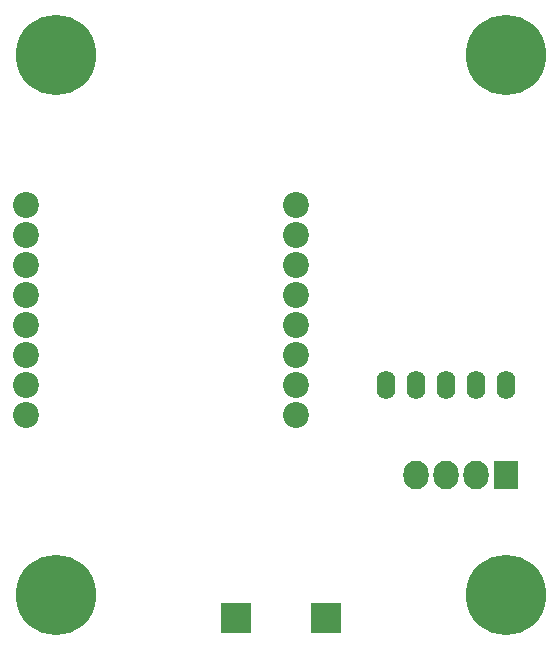
<source format=gbs>
G04 #@! TF.FileFunction,Soldermask,Bot*
%FSLAX46Y46*%
G04 Gerber Fmt 4.6, Leading zero omitted, Abs format (unit mm)*
G04 Created by KiCad (PCBNEW 4.0.5+dfsg1-4) date Thu Jun  7 11:31:42 2018*
%MOMM*%
%LPD*%
G01*
G04 APERTURE LIST*
%ADD10C,0.100000*%
%ADD11O,1.600000X2.400000*%
%ADD12C,2.200000*%
%ADD13C,6.800000*%
%ADD14R,2.127200X2.432000*%
%ADD15O,2.127200X2.432000*%
%ADD16R,2.635200X2.635200*%
G04 APERTURE END LIST*
D10*
D11*
X170180000Y-88900000D03*
X172720000Y-88900000D03*
X175260000Y-88900000D03*
X177800000Y-88900000D03*
X180340000Y-88900000D03*
D12*
X139700000Y-73660000D03*
X139700000Y-76200000D03*
X139700000Y-78740000D03*
X139700000Y-81280000D03*
X139700000Y-83820000D03*
X139700000Y-86360000D03*
X139700000Y-88900000D03*
X139700000Y-91440000D03*
X162560000Y-91440000D03*
X162560000Y-88900000D03*
X162560000Y-86360000D03*
X162560000Y-83820000D03*
X162560000Y-81280000D03*
X162560000Y-78740000D03*
X162560000Y-76200000D03*
X162560000Y-73660000D03*
D13*
X142240000Y-106680000D03*
X180340000Y-106680000D03*
X180340000Y-60960000D03*
D14*
X180340000Y-96520000D03*
D15*
X177800000Y-96520000D03*
X175260000Y-96520000D03*
X172720000Y-96520000D03*
D13*
X142240000Y-60960000D03*
D16*
X165100000Y-108585000D03*
X157480000Y-108585000D03*
M02*

</source>
